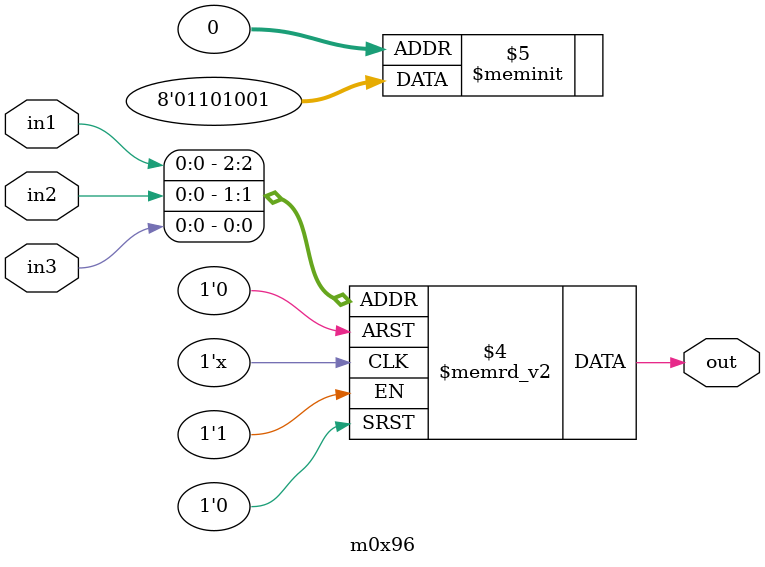
<source format=v>
module m0x96(output out, input in1, in2, in3);

   always @(in1, in2, in3)
     begin
        case({in1, in2, in3})
          3'b000: {out} = 1'b1;
          3'b001: {out} = 1'b0;
          3'b010: {out} = 1'b0;
          3'b011: {out} = 1'b1;
          3'b100: {out} = 1'b0;
          3'b101: {out} = 1'b1;
          3'b110: {out} = 1'b1;
          3'b111: {out} = 1'b0;
        endcase // case ({in1, in2, in3})
     end // always @ (in1, in2, in3)

endmodule // m0x96
</source>
